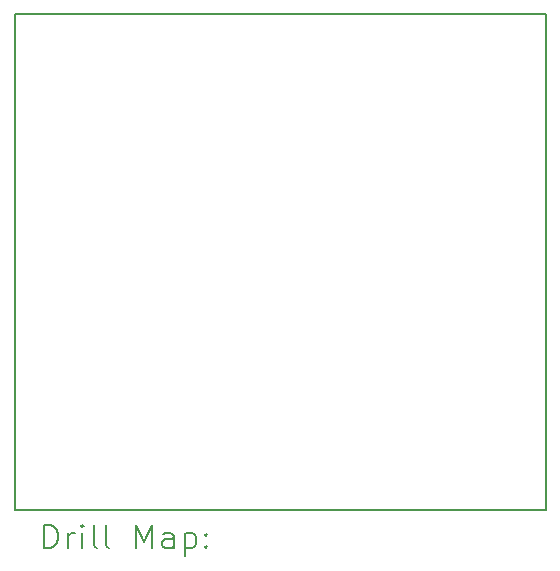
<source format=gbr>
%TF.GenerationSoftware,KiCad,Pcbnew,8.0.8*%
%TF.CreationDate,2025-06-14T11:12:51+09:00*%
%TF.ProjectId,stm32c0_fdcan_module,73746d33-3263-4305-9f66-6463616e5f6d,rev?*%
%TF.SameCoordinates,Original*%
%TF.FileFunction,Drillmap*%
%TF.FilePolarity,Positive*%
%FSLAX45Y45*%
G04 Gerber Fmt 4.5, Leading zero omitted, Abs format (unit mm)*
G04 Created by KiCad (PCBNEW 8.0.8) date 2025-06-14 11:12:51*
%MOMM*%
%LPD*%
G01*
G04 APERTURE LIST*
%ADD10C,0.200000*%
G04 APERTURE END LIST*
D10*
X10200000Y-7000000D02*
X14700000Y-7000000D01*
X14700000Y-11200000D01*
X10200000Y-11200000D01*
X10200000Y-7000000D01*
X10450777Y-11521484D02*
X10450777Y-11321484D01*
X10450777Y-11321484D02*
X10498396Y-11321484D01*
X10498396Y-11321484D02*
X10526967Y-11331008D01*
X10526967Y-11331008D02*
X10546015Y-11350055D01*
X10546015Y-11350055D02*
X10555539Y-11369103D01*
X10555539Y-11369103D02*
X10565063Y-11407198D01*
X10565063Y-11407198D02*
X10565063Y-11435769D01*
X10565063Y-11435769D02*
X10555539Y-11473865D01*
X10555539Y-11473865D02*
X10546015Y-11492912D01*
X10546015Y-11492912D02*
X10526967Y-11511960D01*
X10526967Y-11511960D02*
X10498396Y-11521484D01*
X10498396Y-11521484D02*
X10450777Y-11521484D01*
X10650777Y-11521484D02*
X10650777Y-11388150D01*
X10650777Y-11426246D02*
X10660301Y-11407198D01*
X10660301Y-11407198D02*
X10669824Y-11397674D01*
X10669824Y-11397674D02*
X10688872Y-11388150D01*
X10688872Y-11388150D02*
X10707920Y-11388150D01*
X10774586Y-11521484D02*
X10774586Y-11388150D01*
X10774586Y-11321484D02*
X10765063Y-11331008D01*
X10765063Y-11331008D02*
X10774586Y-11340531D01*
X10774586Y-11340531D02*
X10784110Y-11331008D01*
X10784110Y-11331008D02*
X10774586Y-11321484D01*
X10774586Y-11321484D02*
X10774586Y-11340531D01*
X10898396Y-11521484D02*
X10879348Y-11511960D01*
X10879348Y-11511960D02*
X10869824Y-11492912D01*
X10869824Y-11492912D02*
X10869824Y-11321484D01*
X11003158Y-11521484D02*
X10984110Y-11511960D01*
X10984110Y-11511960D02*
X10974586Y-11492912D01*
X10974586Y-11492912D02*
X10974586Y-11321484D01*
X11231729Y-11521484D02*
X11231729Y-11321484D01*
X11231729Y-11321484D02*
X11298396Y-11464341D01*
X11298396Y-11464341D02*
X11365062Y-11321484D01*
X11365062Y-11321484D02*
X11365062Y-11521484D01*
X11546015Y-11521484D02*
X11546015Y-11416722D01*
X11546015Y-11416722D02*
X11536491Y-11397674D01*
X11536491Y-11397674D02*
X11517443Y-11388150D01*
X11517443Y-11388150D02*
X11479348Y-11388150D01*
X11479348Y-11388150D02*
X11460301Y-11397674D01*
X11546015Y-11511960D02*
X11526967Y-11521484D01*
X11526967Y-11521484D02*
X11479348Y-11521484D01*
X11479348Y-11521484D02*
X11460301Y-11511960D01*
X11460301Y-11511960D02*
X11450777Y-11492912D01*
X11450777Y-11492912D02*
X11450777Y-11473865D01*
X11450777Y-11473865D02*
X11460301Y-11454817D01*
X11460301Y-11454817D02*
X11479348Y-11445293D01*
X11479348Y-11445293D02*
X11526967Y-11445293D01*
X11526967Y-11445293D02*
X11546015Y-11435769D01*
X11641253Y-11388150D02*
X11641253Y-11588150D01*
X11641253Y-11397674D02*
X11660301Y-11388150D01*
X11660301Y-11388150D02*
X11698396Y-11388150D01*
X11698396Y-11388150D02*
X11717443Y-11397674D01*
X11717443Y-11397674D02*
X11726967Y-11407198D01*
X11726967Y-11407198D02*
X11736491Y-11426246D01*
X11736491Y-11426246D02*
X11736491Y-11483388D01*
X11736491Y-11483388D02*
X11726967Y-11502436D01*
X11726967Y-11502436D02*
X11717443Y-11511960D01*
X11717443Y-11511960D02*
X11698396Y-11521484D01*
X11698396Y-11521484D02*
X11660301Y-11521484D01*
X11660301Y-11521484D02*
X11641253Y-11511960D01*
X11822205Y-11502436D02*
X11831729Y-11511960D01*
X11831729Y-11511960D02*
X11822205Y-11521484D01*
X11822205Y-11521484D02*
X11812682Y-11511960D01*
X11812682Y-11511960D02*
X11822205Y-11502436D01*
X11822205Y-11502436D02*
X11822205Y-11521484D01*
X11822205Y-11397674D02*
X11831729Y-11407198D01*
X11831729Y-11407198D02*
X11822205Y-11416722D01*
X11822205Y-11416722D02*
X11812682Y-11407198D01*
X11812682Y-11407198D02*
X11822205Y-11397674D01*
X11822205Y-11397674D02*
X11822205Y-11416722D01*
M02*

</source>
